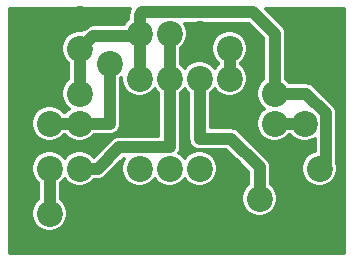
<source format=gbr>
%TF.GenerationSoftware,KiCad,Pcbnew,(5.1.6)-1*%
%TF.CreationDate,2021-10-09T20:15:21-05:00*%
%TF.ProjectId,sensor,73656e73-6f72-42e6-9b69-6361645f7063,rev?*%
%TF.SameCoordinates,Original*%
%TF.FileFunction,Copper,L2,Bot*%
%TF.FilePolarity,Positive*%
%FSLAX46Y46*%
G04 Gerber Fmt 4.6, Leading zero omitted, Abs format (unit mm)*
G04 Created by KiCad (PCBNEW (5.1.6)-1) date 2021-10-09 20:15:21*
%MOMM*%
%LPD*%
G01*
G04 APERTURE LIST*
%TA.AperFunction,ComponentPad*%
%ADD10C,2.200000*%
%TD*%
%TA.AperFunction,Conductor*%
%ADD11C,1.000000*%
%TD*%
%TA.AperFunction,Conductor*%
%ADD12C,0.300000*%
%TD*%
G04 APERTURE END LIST*
D10*
%TO.P,RV1,1*%
%TO.N,Net-(C1-Pad1)*%
X26670000Y7620000D03*
%TO.P,RV1,2*%
%TO.N,Net-(RV1-Pad2)*%
X21590000Y5080000D03*
%TO.P,RV1,3*%
%TO.N,Net-(C1-Pad2)*%
X26670000Y2540000D03*
%TD*%
%TO.P,R1,1*%
%TO.N,Net-(D1-Pad1)*%
X25400000Y11430000D03*
%TO.P,R1,2*%
%TO.N,Net-(C1-Pad2)*%
X25400000Y19050000D03*
%TD*%
%TO.P,C1,2*%
%TO.N,Net-(C1-Pad2)*%
X6350000Y20320000D03*
%TO.P,C1,1*%
%TO.N,Net-(C1-Pad1)*%
X6350000Y17780000D03*
%TD*%
%TO.P,D1,1*%
%TO.N,Net-(D1-Pad1)*%
X22860000Y11430000D03*
%TO.P,D1,2*%
%TO.N,Net-(C1-Pad1)*%
X22860000Y13970000D03*
%TD*%
%TO.P,D2,1*%
%TO.N,Net-(C1-Pad1)*%
X6350000Y13970000D03*
%TO.P,D2,2*%
%TO.N,Net-(D2-Pad2)*%
X6350000Y11430000D03*
%TD*%
%TO.P,D3,2*%
%TO.N,Net-(D3-Pad2)*%
X3810000Y7620000D03*
%TO.P,D3,1*%
%TO.N,Net-(D3-Pad1)*%
X6350000Y7620000D03*
%TD*%
%TO.P,R2,2*%
%TO.N,Net-(D2-Pad2)*%
X3810000Y11430000D03*
%TO.P,R2,1*%
%TO.N,Net-(C1-Pad2)*%
X3810000Y19050000D03*
%TD*%
%TO.P,R3,1*%
%TO.N,Net-(C1-Pad2)*%
X11430000Y3810000D03*
%TO.P,R3,2*%
%TO.N,Net-(D3-Pad2)*%
X3810000Y3810000D03*
%TD*%
%TO.P,V1,1*%
%TO.N,Net-(D2-Pad2)*%
X8890000Y16510000D03*
%TD*%
%TO.P,V2,1*%
%TO.N,Net-(D2-Pad2)*%
X19050000Y17780000D03*
%TD*%
%TO.P,J1,1*%
%TO.N,Net-(C1-Pad1)*%
X11430000Y19050000D03*
%TO.P,J1,2*%
%TO.N,Net-(D3-Pad1)*%
X13970000Y19050000D03*
%TO.P,J1,3*%
%TO.N,Net-(C1-Pad2)*%
X16510000Y19050000D03*
%TD*%
%TO.P,U1,1*%
%TO.N,N/C*%
X11430000Y7620000D03*
%TO.P,U1,2*%
X13970000Y7620000D03*
%TO.P,U1,3*%
X16510000Y7620000D03*
%TO.P,U1,4*%
%TO.N,Net-(C1-Pad2)*%
X19050000Y7620000D03*
%TO.P,U1,5*%
%TO.N,Net-(D2-Pad2)*%
X19050000Y15240000D03*
%TO.P,U1,6*%
%TO.N,Net-(RV1-Pad2)*%
X16510000Y15240000D03*
%TO.P,U1,7*%
%TO.N,Net-(D3-Pad1)*%
X13970000Y15240000D03*
%TO.P,U1,8*%
%TO.N,Net-(C1-Pad1)*%
X11430000Y15240000D03*
%TD*%
D11*
%TO.N,Net-(C1-Pad1)*%
X27200001Y8150001D02*
X26670000Y7620000D01*
X25524002Y13970000D02*
X27200001Y12294001D01*
X27200001Y12294001D02*
X27200001Y8150001D01*
X22860000Y13970000D02*
X25524002Y13970000D01*
X6350000Y13970000D02*
X6350000Y15240000D01*
X6350000Y15240000D02*
X6350000Y17780000D01*
X22860000Y15364002D02*
X22860000Y13970000D01*
X11430000Y19050000D02*
X11430000Y15240000D01*
X22860000Y19050000D02*
X22860000Y13970000D01*
X21059999Y20850001D02*
X22860000Y19050000D01*
X11430000Y19050000D02*
X11430000Y20605634D01*
X11674367Y20850001D02*
X21059999Y20850001D01*
X11430000Y20605634D02*
X11674367Y20850001D01*
X11259999Y18879999D02*
X11430000Y19050000D01*
X7449999Y18879999D02*
X11259999Y18879999D01*
X6350000Y17780000D02*
X7449999Y18879999D01*
%TO.N,Net-(D1-Pad1)*%
X22860000Y11430000D02*
X25400000Y11430000D01*
%TO.N,Net-(D3-Pad2)*%
X3810000Y3810000D02*
X3810000Y7620000D01*
%TO.N,Net-(RV1-Pad2)*%
X21590000Y7744002D02*
X19174002Y10160000D01*
X21590000Y5080000D02*
X21590000Y7744002D01*
X19174002Y10160000D02*
X16510000Y10160000D01*
X16510000Y10160000D02*
X16510000Y15240000D01*
%TO.N,Net-(D3-Pad1)*%
X13970000Y18925998D02*
X13970000Y19050000D01*
X13970000Y9420001D02*
X13970000Y15240000D01*
X9705635Y9420001D02*
X13970000Y9420001D01*
X6350000Y7620000D02*
X7905634Y7620000D01*
X7905634Y7620000D02*
X9705635Y9420001D01*
X13970000Y19050000D02*
X13970000Y15240000D01*
%TO.N,Net-(D2-Pad2)*%
X3810000Y11430000D02*
X6350000Y11430000D01*
X6350000Y11430000D02*
X8890000Y11430000D01*
X8890000Y11430000D02*
X8890000Y16510000D01*
X19050000Y17780000D02*
X19050000Y15240000D01*
%TD*%
D12*
%TO.N,Net-(C1-Pad2)*%
G36*
X10548069Y20970942D02*
G01*
X10493747Y20791866D01*
X10475405Y20605634D01*
X10480001Y20558970D01*
X10480001Y20279401D01*
X10441932Y20253964D01*
X10226036Y20038068D01*
X10087010Y19829999D01*
X7496656Y19829999D01*
X7449999Y19834594D01*
X7403342Y19829999D01*
X7403334Y19829999D01*
X7279719Y19817824D01*
X7263766Y19816253D01*
X7158102Y19784200D01*
X7084691Y19761931D01*
X6919654Y19673717D01*
X6774998Y19555000D01*
X6745251Y19518753D01*
X6547566Y19321068D01*
X6502662Y19330000D01*
X6197338Y19330000D01*
X5897882Y19270435D01*
X5615800Y19153592D01*
X5361932Y18983964D01*
X5146036Y18768068D01*
X4976408Y18514200D01*
X4859565Y18232118D01*
X4800000Y17932662D01*
X4800000Y17627338D01*
X4859565Y17327882D01*
X4976408Y17045800D01*
X5146036Y16791932D01*
X5361932Y16576036D01*
X5400001Y16550600D01*
X5400000Y15199400D01*
X5361932Y15173964D01*
X5146036Y14958068D01*
X4976408Y14704200D01*
X4859565Y14422118D01*
X4800000Y14122662D01*
X4800000Y13817338D01*
X4859565Y13517882D01*
X4976408Y13235800D01*
X5146036Y12981932D01*
X5361932Y12766036D01*
X5460763Y12700000D01*
X5361932Y12633964D01*
X5146036Y12418068D01*
X5120600Y12380000D01*
X5039400Y12380000D01*
X5013964Y12418068D01*
X4798068Y12633964D01*
X4544200Y12803592D01*
X4262118Y12920435D01*
X3962662Y12980000D01*
X3657338Y12980000D01*
X3357882Y12920435D01*
X3075800Y12803592D01*
X2821932Y12633964D01*
X2606036Y12418068D01*
X2436408Y12164200D01*
X2319565Y11882118D01*
X2260000Y11582662D01*
X2260000Y11277338D01*
X2319565Y10977882D01*
X2436408Y10695800D01*
X2606036Y10441932D01*
X2821932Y10226036D01*
X3075800Y10056408D01*
X3357882Y9939565D01*
X3657338Y9880000D01*
X3962662Y9880000D01*
X4262118Y9939565D01*
X4544200Y10056408D01*
X4798068Y10226036D01*
X5013964Y10441932D01*
X5039400Y10480000D01*
X5120600Y10480000D01*
X5146036Y10441932D01*
X5361932Y10226036D01*
X5615800Y10056408D01*
X5897882Y9939565D01*
X6197338Y9880000D01*
X6502662Y9880000D01*
X6802118Y9939565D01*
X7084200Y10056408D01*
X7338068Y10226036D01*
X7553964Y10441932D01*
X7579400Y10480000D01*
X8843335Y10480000D01*
X8890000Y10475404D01*
X8936664Y10480000D01*
X8936665Y10480000D01*
X9076232Y10493746D01*
X9255308Y10548068D01*
X9420345Y10636282D01*
X9565001Y10754999D01*
X9683718Y10899655D01*
X9771932Y11064692D01*
X9826254Y11243768D01*
X9844596Y11430000D01*
X9840000Y11476665D01*
X9840000Y15280600D01*
X9878068Y15306036D01*
X9880000Y15307968D01*
X9880000Y15087338D01*
X9939565Y14787882D01*
X10056408Y14505800D01*
X10226036Y14251932D01*
X10441932Y14036036D01*
X10695800Y13866408D01*
X10977882Y13749565D01*
X11277338Y13690000D01*
X11582662Y13690000D01*
X11882118Y13749565D01*
X12164200Y13866408D01*
X12418068Y14036036D01*
X12633964Y14251932D01*
X12700000Y14350763D01*
X12766036Y14251932D01*
X12981932Y14036036D01*
X13020001Y14010599D01*
X13020000Y10370001D01*
X9752292Y10370001D01*
X9705635Y10374596D01*
X9658978Y10370001D01*
X9658970Y10370001D01*
X9535355Y10357826D01*
X9519402Y10356255D01*
X9465080Y10339776D01*
X9340327Y10301933D01*
X9175290Y10213719D01*
X9175288Y10213718D01*
X9175289Y10213718D01*
X9066880Y10124749D01*
X9066877Y10124746D01*
X9030634Y10095002D01*
X9000889Y10058758D01*
X7552082Y8609950D01*
X7338068Y8823964D01*
X7084200Y8993592D01*
X6802118Y9110435D01*
X6502662Y9170000D01*
X6197338Y9170000D01*
X5897882Y9110435D01*
X5615800Y8993592D01*
X5361932Y8823964D01*
X5146036Y8608068D01*
X5080000Y8509237D01*
X5013964Y8608068D01*
X4798068Y8823964D01*
X4544200Y8993592D01*
X4262118Y9110435D01*
X3962662Y9170000D01*
X3657338Y9170000D01*
X3357882Y9110435D01*
X3075800Y8993592D01*
X2821932Y8823964D01*
X2606036Y8608068D01*
X2436408Y8354200D01*
X2319565Y8072118D01*
X2260000Y7772662D01*
X2260000Y7467338D01*
X2319565Y7167882D01*
X2436408Y6885800D01*
X2606036Y6631932D01*
X2821932Y6416036D01*
X2860001Y6390600D01*
X2860000Y5039400D01*
X2821932Y5013964D01*
X2606036Y4798068D01*
X2436408Y4544200D01*
X2319565Y4262118D01*
X2260000Y3962662D01*
X2260000Y3657338D01*
X2319565Y3357882D01*
X2436408Y3075800D01*
X2606036Y2821932D01*
X2821932Y2606036D01*
X3075800Y2436408D01*
X3357882Y2319565D01*
X3657338Y2260000D01*
X3962662Y2260000D01*
X4262118Y2319565D01*
X4544200Y2436408D01*
X4798068Y2606036D01*
X5013964Y2821932D01*
X5183592Y3075800D01*
X5300435Y3357882D01*
X5360000Y3657338D01*
X5360000Y3962662D01*
X5300435Y4262118D01*
X5183592Y4544200D01*
X5013964Y4798068D01*
X4798068Y5013964D01*
X4760000Y5039400D01*
X4760000Y6390600D01*
X4798068Y6416036D01*
X5013964Y6631932D01*
X5080000Y6730763D01*
X5146036Y6631932D01*
X5361932Y6416036D01*
X5615800Y6246408D01*
X5897882Y6129565D01*
X6197338Y6070000D01*
X6502662Y6070000D01*
X6802118Y6129565D01*
X7084200Y6246408D01*
X7338068Y6416036D01*
X7553964Y6631932D01*
X7579400Y6670000D01*
X7858980Y6670000D01*
X7905634Y6665405D01*
X7952288Y6670000D01*
X7952299Y6670000D01*
X8091866Y6683746D01*
X8270942Y6738068D01*
X8435979Y6826282D01*
X8580635Y6944999D01*
X8610384Y6981248D01*
X10099138Y8470001D01*
X10133783Y8470001D01*
X10056408Y8354200D01*
X9939565Y8072118D01*
X9880000Y7772662D01*
X9880000Y7467338D01*
X9939565Y7167882D01*
X10056408Y6885800D01*
X10226036Y6631932D01*
X10441932Y6416036D01*
X10695800Y6246408D01*
X10977882Y6129565D01*
X11277338Y6070000D01*
X11582662Y6070000D01*
X11882118Y6129565D01*
X12164200Y6246408D01*
X12418068Y6416036D01*
X12633964Y6631932D01*
X12700000Y6730763D01*
X12766036Y6631932D01*
X12981932Y6416036D01*
X13235800Y6246408D01*
X13517882Y6129565D01*
X13817338Y6070000D01*
X14122662Y6070000D01*
X14422118Y6129565D01*
X14704200Y6246408D01*
X14958068Y6416036D01*
X15173964Y6631932D01*
X15240000Y6730763D01*
X15306036Y6631932D01*
X15521932Y6416036D01*
X15775800Y6246408D01*
X16057882Y6129565D01*
X16357338Y6070000D01*
X16662662Y6070000D01*
X16962118Y6129565D01*
X17244200Y6246408D01*
X17498068Y6416036D01*
X17713964Y6631932D01*
X17883592Y6885800D01*
X18000435Y7167882D01*
X18060000Y7467338D01*
X18060000Y7772662D01*
X18000435Y8072118D01*
X17883592Y8354200D01*
X17713964Y8608068D01*
X17498068Y8823964D01*
X17244200Y8993592D01*
X16962118Y9110435D01*
X16662662Y9170000D01*
X16357338Y9170000D01*
X16057882Y9110435D01*
X15775800Y8993592D01*
X15521932Y8823964D01*
X15306036Y8608068D01*
X15240000Y8509237D01*
X15173964Y8608068D01*
X14958068Y8823964D01*
X14788990Y8936937D01*
X14851932Y9054693D01*
X14906254Y9233769D01*
X14924596Y9420001D01*
X14920000Y9466666D01*
X14920000Y14010600D01*
X14958068Y14036036D01*
X15173964Y14251932D01*
X15240000Y14350763D01*
X15306036Y14251932D01*
X15521932Y14036036D01*
X15560001Y14010599D01*
X15560000Y10206665D01*
X15555404Y10160000D01*
X15573746Y9973768D01*
X15628068Y9794692D01*
X15716282Y9629655D01*
X15834999Y9484999D01*
X15979655Y9366282D01*
X16144692Y9278068D01*
X16323768Y9223746D01*
X16510000Y9205404D01*
X16556664Y9210000D01*
X18780500Y9210000D01*
X20640001Y7350498D01*
X20640000Y6309400D01*
X20601932Y6283964D01*
X20386036Y6068068D01*
X20216408Y5814200D01*
X20099565Y5532118D01*
X20040000Y5232662D01*
X20040000Y4927338D01*
X20099565Y4627882D01*
X20216408Y4345800D01*
X20386036Y4091932D01*
X20601932Y3876036D01*
X20855800Y3706408D01*
X21137882Y3589565D01*
X21437338Y3530000D01*
X21742662Y3530000D01*
X22042118Y3589565D01*
X22324200Y3706408D01*
X22578068Y3876036D01*
X22793964Y4091932D01*
X22963592Y4345800D01*
X23080435Y4627882D01*
X23140000Y4927338D01*
X23140000Y5232662D01*
X23080435Y5532118D01*
X22963592Y5814200D01*
X22793964Y6068068D01*
X22578068Y6283964D01*
X22540000Y6309400D01*
X22540000Y7697348D01*
X22544595Y7744003D01*
X22540000Y7790657D01*
X22540000Y7790667D01*
X22526254Y7930234D01*
X22471932Y8109310D01*
X22383718Y8274347D01*
X22265001Y8419003D01*
X22228757Y8448748D01*
X19878752Y10798752D01*
X19849003Y10835001D01*
X19704347Y10953718D01*
X19539310Y11041932D01*
X19360234Y11096254D01*
X19220667Y11110000D01*
X19220656Y11110000D01*
X19174002Y11114595D01*
X19127348Y11110000D01*
X17460000Y11110000D01*
X17460000Y14010600D01*
X17498068Y14036036D01*
X17713964Y14251932D01*
X17780000Y14350763D01*
X17846036Y14251932D01*
X18061932Y14036036D01*
X18315800Y13866408D01*
X18597882Y13749565D01*
X18897338Y13690000D01*
X19202662Y13690000D01*
X19502118Y13749565D01*
X19784200Y13866408D01*
X20038068Y14036036D01*
X20253964Y14251932D01*
X20423592Y14505800D01*
X20540435Y14787882D01*
X20600000Y15087338D01*
X20600000Y15392662D01*
X20540435Y15692118D01*
X20423592Y15974200D01*
X20253964Y16228068D01*
X20038068Y16443964D01*
X20000000Y16469400D01*
X20000000Y16550600D01*
X20038068Y16576036D01*
X20253964Y16791932D01*
X20423592Y17045800D01*
X20540435Y17327882D01*
X20600000Y17627338D01*
X20600000Y17932662D01*
X20540435Y18232118D01*
X20423592Y18514200D01*
X20253964Y18768068D01*
X20038068Y18983964D01*
X19784200Y19153592D01*
X19502118Y19270435D01*
X19202662Y19330000D01*
X18897338Y19330000D01*
X18597882Y19270435D01*
X18315800Y19153592D01*
X18061932Y18983964D01*
X17846036Y18768068D01*
X17676408Y18514200D01*
X17559565Y18232118D01*
X17500000Y17932662D01*
X17500000Y17627338D01*
X17559565Y17327882D01*
X17676408Y17045800D01*
X17846036Y16791932D01*
X18061932Y16576036D01*
X18100000Y16550600D01*
X18100001Y16469400D01*
X18061932Y16443964D01*
X17846036Y16228068D01*
X17780000Y16129237D01*
X17713964Y16228068D01*
X17498068Y16443964D01*
X17244200Y16613592D01*
X16962118Y16730435D01*
X16662662Y16790000D01*
X16357338Y16790000D01*
X16057882Y16730435D01*
X15775800Y16613592D01*
X15521932Y16443964D01*
X15306036Y16228068D01*
X15240000Y16129237D01*
X15173964Y16228068D01*
X14958068Y16443964D01*
X14920000Y16469400D01*
X14920000Y17820600D01*
X14958068Y17846036D01*
X15173964Y18061932D01*
X15343592Y18315800D01*
X15460435Y18597882D01*
X15520000Y18897338D01*
X15520000Y19202662D01*
X15460435Y19502118D01*
X15343592Y19784200D01*
X15266217Y19900001D01*
X20666497Y19900001D01*
X21910000Y18656497D01*
X21910001Y15410673D01*
X21910000Y15410666D01*
X21910000Y15199400D01*
X21871932Y15173964D01*
X21656036Y14958068D01*
X21486408Y14704200D01*
X21369565Y14422118D01*
X21310000Y14122662D01*
X21310000Y13817338D01*
X21369565Y13517882D01*
X21486408Y13235800D01*
X21656036Y12981932D01*
X21871932Y12766036D01*
X21970763Y12700000D01*
X21871932Y12633964D01*
X21656036Y12418068D01*
X21486408Y12164200D01*
X21369565Y11882118D01*
X21310000Y11582662D01*
X21310000Y11277338D01*
X21369565Y10977882D01*
X21486408Y10695800D01*
X21656036Y10441932D01*
X21871932Y10226036D01*
X22125800Y10056408D01*
X22407882Y9939565D01*
X22707338Y9880000D01*
X23012662Y9880000D01*
X23312118Y9939565D01*
X23594200Y10056408D01*
X23848068Y10226036D01*
X24063964Y10441932D01*
X24089400Y10480000D01*
X24170600Y10480000D01*
X24196036Y10441932D01*
X24411932Y10226036D01*
X24665800Y10056408D01*
X24947882Y9939565D01*
X25247338Y9880000D01*
X25552662Y9880000D01*
X25852118Y9939565D01*
X26134200Y10056408D01*
X26250002Y10133784D01*
X26250002Y9116824D01*
X26217882Y9110435D01*
X25935800Y8993592D01*
X25681932Y8823964D01*
X25466036Y8608068D01*
X25296408Y8354200D01*
X25179565Y8072118D01*
X25120000Y7772662D01*
X25120000Y7467338D01*
X25179565Y7167882D01*
X25296408Y6885800D01*
X25466036Y6631932D01*
X25681932Y6416036D01*
X25935800Y6246408D01*
X26217882Y6129565D01*
X26517338Y6070000D01*
X26822662Y6070000D01*
X27122118Y6129565D01*
X27404200Y6246408D01*
X27658068Y6416036D01*
X27873964Y6631932D01*
X28043592Y6885800D01*
X28160435Y7167882D01*
X28220000Y7467338D01*
X28220000Y7772662D01*
X28160435Y8072118D01*
X28149521Y8098466D01*
X28150001Y8103336D01*
X28150001Y8103344D01*
X28154596Y8150001D01*
X28150001Y8196658D01*
X28150001Y12247344D01*
X28154596Y12294001D01*
X28150001Y12340658D01*
X28150001Y12340666D01*
X28136255Y12480233D01*
X28081933Y12659309D01*
X27993719Y12824346D01*
X27875002Y12969002D01*
X27838753Y12998751D01*
X26228752Y14608752D01*
X26199003Y14645001D01*
X26054347Y14763718D01*
X25889310Y14851932D01*
X25710234Y14906254D01*
X25570667Y14920000D01*
X25570656Y14920000D01*
X25524002Y14924595D01*
X25477348Y14920000D01*
X24089400Y14920000D01*
X24063964Y14958068D01*
X23848068Y15173964D01*
X23810000Y15199400D01*
X23810000Y19003343D01*
X23814595Y19050000D01*
X23810000Y19096657D01*
X23810000Y19096665D01*
X23796254Y19236232D01*
X23741932Y19415308D01*
X23653718Y19580345D01*
X23628520Y19611049D01*
X23564748Y19688755D01*
X23564745Y19688758D01*
X23535001Y19725001D01*
X23498757Y19754746D01*
X22138502Y21115000D01*
X28735000Y21115000D01*
X28735001Y1293341D01*
X28735000Y1293331D01*
X28735001Y475000D01*
X475000Y475000D01*
X475000Y21115000D01*
X10625070Y21115000D01*
X10548069Y20970942D01*
G37*
X10548069Y20970942D02*
X10493747Y20791866D01*
X10475405Y20605634D01*
X10480001Y20558970D01*
X10480001Y20279401D01*
X10441932Y20253964D01*
X10226036Y20038068D01*
X10087010Y19829999D01*
X7496656Y19829999D01*
X7449999Y19834594D01*
X7403342Y19829999D01*
X7403334Y19829999D01*
X7279719Y19817824D01*
X7263766Y19816253D01*
X7158102Y19784200D01*
X7084691Y19761931D01*
X6919654Y19673717D01*
X6774998Y19555000D01*
X6745251Y19518753D01*
X6547566Y19321068D01*
X6502662Y19330000D01*
X6197338Y19330000D01*
X5897882Y19270435D01*
X5615800Y19153592D01*
X5361932Y18983964D01*
X5146036Y18768068D01*
X4976408Y18514200D01*
X4859565Y18232118D01*
X4800000Y17932662D01*
X4800000Y17627338D01*
X4859565Y17327882D01*
X4976408Y17045800D01*
X5146036Y16791932D01*
X5361932Y16576036D01*
X5400001Y16550600D01*
X5400000Y15199400D01*
X5361932Y15173964D01*
X5146036Y14958068D01*
X4976408Y14704200D01*
X4859565Y14422118D01*
X4800000Y14122662D01*
X4800000Y13817338D01*
X4859565Y13517882D01*
X4976408Y13235800D01*
X5146036Y12981932D01*
X5361932Y12766036D01*
X5460763Y12700000D01*
X5361932Y12633964D01*
X5146036Y12418068D01*
X5120600Y12380000D01*
X5039400Y12380000D01*
X5013964Y12418068D01*
X4798068Y12633964D01*
X4544200Y12803592D01*
X4262118Y12920435D01*
X3962662Y12980000D01*
X3657338Y12980000D01*
X3357882Y12920435D01*
X3075800Y12803592D01*
X2821932Y12633964D01*
X2606036Y12418068D01*
X2436408Y12164200D01*
X2319565Y11882118D01*
X2260000Y11582662D01*
X2260000Y11277338D01*
X2319565Y10977882D01*
X2436408Y10695800D01*
X2606036Y10441932D01*
X2821932Y10226036D01*
X3075800Y10056408D01*
X3357882Y9939565D01*
X3657338Y9880000D01*
X3962662Y9880000D01*
X4262118Y9939565D01*
X4544200Y10056408D01*
X4798068Y10226036D01*
X5013964Y10441932D01*
X5039400Y10480000D01*
X5120600Y10480000D01*
X5146036Y10441932D01*
X5361932Y10226036D01*
X5615800Y10056408D01*
X5897882Y9939565D01*
X6197338Y9880000D01*
X6502662Y9880000D01*
X6802118Y9939565D01*
X7084200Y10056408D01*
X7338068Y10226036D01*
X7553964Y10441932D01*
X7579400Y10480000D01*
X8843335Y10480000D01*
X8890000Y10475404D01*
X8936664Y10480000D01*
X8936665Y10480000D01*
X9076232Y10493746D01*
X9255308Y10548068D01*
X9420345Y10636282D01*
X9565001Y10754999D01*
X9683718Y10899655D01*
X9771932Y11064692D01*
X9826254Y11243768D01*
X9844596Y11430000D01*
X9840000Y11476665D01*
X9840000Y15280600D01*
X9878068Y15306036D01*
X9880000Y15307968D01*
X9880000Y15087338D01*
X9939565Y14787882D01*
X10056408Y14505800D01*
X10226036Y14251932D01*
X10441932Y14036036D01*
X10695800Y13866408D01*
X10977882Y13749565D01*
X11277338Y13690000D01*
X11582662Y13690000D01*
X11882118Y13749565D01*
X12164200Y13866408D01*
X12418068Y14036036D01*
X12633964Y14251932D01*
X12700000Y14350763D01*
X12766036Y14251932D01*
X12981932Y14036036D01*
X13020001Y14010599D01*
X13020000Y10370001D01*
X9752292Y10370001D01*
X9705635Y10374596D01*
X9658978Y10370001D01*
X9658970Y10370001D01*
X9535355Y10357826D01*
X9519402Y10356255D01*
X9465080Y10339776D01*
X9340327Y10301933D01*
X9175290Y10213719D01*
X9175288Y10213718D01*
X9175289Y10213718D01*
X9066880Y10124749D01*
X9066877Y10124746D01*
X9030634Y10095002D01*
X9000889Y10058758D01*
X7552082Y8609950D01*
X7338068Y8823964D01*
X7084200Y8993592D01*
X6802118Y9110435D01*
X6502662Y9170000D01*
X6197338Y9170000D01*
X5897882Y9110435D01*
X5615800Y8993592D01*
X5361932Y8823964D01*
X5146036Y8608068D01*
X5080000Y8509237D01*
X5013964Y8608068D01*
X4798068Y8823964D01*
X4544200Y8993592D01*
X4262118Y9110435D01*
X3962662Y9170000D01*
X3657338Y9170000D01*
X3357882Y9110435D01*
X3075800Y8993592D01*
X2821932Y8823964D01*
X2606036Y8608068D01*
X2436408Y8354200D01*
X2319565Y8072118D01*
X2260000Y7772662D01*
X2260000Y7467338D01*
X2319565Y7167882D01*
X2436408Y6885800D01*
X2606036Y6631932D01*
X2821932Y6416036D01*
X2860001Y6390600D01*
X2860000Y5039400D01*
X2821932Y5013964D01*
X2606036Y4798068D01*
X2436408Y4544200D01*
X2319565Y4262118D01*
X2260000Y3962662D01*
X2260000Y3657338D01*
X2319565Y3357882D01*
X2436408Y3075800D01*
X2606036Y2821932D01*
X2821932Y2606036D01*
X3075800Y2436408D01*
X3357882Y2319565D01*
X3657338Y2260000D01*
X3962662Y2260000D01*
X4262118Y2319565D01*
X4544200Y2436408D01*
X4798068Y2606036D01*
X5013964Y2821932D01*
X5183592Y3075800D01*
X5300435Y3357882D01*
X5360000Y3657338D01*
X5360000Y3962662D01*
X5300435Y4262118D01*
X5183592Y4544200D01*
X5013964Y4798068D01*
X4798068Y5013964D01*
X4760000Y5039400D01*
X4760000Y6390600D01*
X4798068Y6416036D01*
X5013964Y6631932D01*
X5080000Y6730763D01*
X5146036Y6631932D01*
X5361932Y6416036D01*
X5615800Y6246408D01*
X5897882Y6129565D01*
X6197338Y6070000D01*
X6502662Y6070000D01*
X6802118Y6129565D01*
X7084200Y6246408D01*
X7338068Y6416036D01*
X7553964Y6631932D01*
X7579400Y6670000D01*
X7858980Y6670000D01*
X7905634Y6665405D01*
X7952288Y6670000D01*
X7952299Y6670000D01*
X8091866Y6683746D01*
X8270942Y6738068D01*
X8435979Y6826282D01*
X8580635Y6944999D01*
X8610384Y6981248D01*
X10099138Y8470001D01*
X10133783Y8470001D01*
X10056408Y8354200D01*
X9939565Y8072118D01*
X9880000Y7772662D01*
X9880000Y7467338D01*
X9939565Y7167882D01*
X10056408Y6885800D01*
X10226036Y6631932D01*
X10441932Y6416036D01*
X10695800Y6246408D01*
X10977882Y6129565D01*
X11277338Y6070000D01*
X11582662Y6070000D01*
X11882118Y6129565D01*
X12164200Y6246408D01*
X12418068Y6416036D01*
X12633964Y6631932D01*
X12700000Y6730763D01*
X12766036Y6631932D01*
X12981932Y6416036D01*
X13235800Y6246408D01*
X13517882Y6129565D01*
X13817338Y6070000D01*
X14122662Y6070000D01*
X14422118Y6129565D01*
X14704200Y6246408D01*
X14958068Y6416036D01*
X15173964Y6631932D01*
X15240000Y6730763D01*
X15306036Y6631932D01*
X15521932Y6416036D01*
X15775800Y6246408D01*
X16057882Y6129565D01*
X16357338Y6070000D01*
X16662662Y6070000D01*
X16962118Y6129565D01*
X17244200Y6246408D01*
X17498068Y6416036D01*
X17713964Y6631932D01*
X17883592Y6885800D01*
X18000435Y7167882D01*
X18060000Y7467338D01*
X18060000Y7772662D01*
X18000435Y8072118D01*
X17883592Y8354200D01*
X17713964Y8608068D01*
X17498068Y8823964D01*
X17244200Y8993592D01*
X16962118Y9110435D01*
X16662662Y9170000D01*
X16357338Y9170000D01*
X16057882Y9110435D01*
X15775800Y8993592D01*
X15521932Y8823964D01*
X15306036Y8608068D01*
X15240000Y8509237D01*
X15173964Y8608068D01*
X14958068Y8823964D01*
X14788990Y8936937D01*
X14851932Y9054693D01*
X14906254Y9233769D01*
X14924596Y9420001D01*
X14920000Y9466666D01*
X14920000Y14010600D01*
X14958068Y14036036D01*
X15173964Y14251932D01*
X15240000Y14350763D01*
X15306036Y14251932D01*
X15521932Y14036036D01*
X15560001Y14010599D01*
X15560000Y10206665D01*
X15555404Y10160000D01*
X15573746Y9973768D01*
X15628068Y9794692D01*
X15716282Y9629655D01*
X15834999Y9484999D01*
X15979655Y9366282D01*
X16144692Y9278068D01*
X16323768Y9223746D01*
X16510000Y9205404D01*
X16556664Y9210000D01*
X18780500Y9210000D01*
X20640001Y7350498D01*
X20640000Y6309400D01*
X20601932Y6283964D01*
X20386036Y6068068D01*
X20216408Y5814200D01*
X20099565Y5532118D01*
X20040000Y5232662D01*
X20040000Y4927338D01*
X20099565Y4627882D01*
X20216408Y4345800D01*
X20386036Y4091932D01*
X20601932Y3876036D01*
X20855800Y3706408D01*
X21137882Y3589565D01*
X21437338Y3530000D01*
X21742662Y3530000D01*
X22042118Y3589565D01*
X22324200Y3706408D01*
X22578068Y3876036D01*
X22793964Y4091932D01*
X22963592Y4345800D01*
X23080435Y4627882D01*
X23140000Y4927338D01*
X23140000Y5232662D01*
X23080435Y5532118D01*
X22963592Y5814200D01*
X22793964Y6068068D01*
X22578068Y6283964D01*
X22540000Y6309400D01*
X22540000Y7697348D01*
X22544595Y7744003D01*
X22540000Y7790657D01*
X22540000Y7790667D01*
X22526254Y7930234D01*
X22471932Y8109310D01*
X22383718Y8274347D01*
X22265001Y8419003D01*
X22228757Y8448748D01*
X19878752Y10798752D01*
X19849003Y10835001D01*
X19704347Y10953718D01*
X19539310Y11041932D01*
X19360234Y11096254D01*
X19220667Y11110000D01*
X19220656Y11110000D01*
X19174002Y11114595D01*
X19127348Y11110000D01*
X17460000Y11110000D01*
X17460000Y14010600D01*
X17498068Y14036036D01*
X17713964Y14251932D01*
X17780000Y14350763D01*
X17846036Y14251932D01*
X18061932Y14036036D01*
X18315800Y13866408D01*
X18597882Y13749565D01*
X18897338Y13690000D01*
X19202662Y13690000D01*
X19502118Y13749565D01*
X19784200Y13866408D01*
X20038068Y14036036D01*
X20253964Y14251932D01*
X20423592Y14505800D01*
X20540435Y14787882D01*
X20600000Y15087338D01*
X20600000Y15392662D01*
X20540435Y15692118D01*
X20423592Y15974200D01*
X20253964Y16228068D01*
X20038068Y16443964D01*
X20000000Y16469400D01*
X20000000Y16550600D01*
X20038068Y16576036D01*
X20253964Y16791932D01*
X20423592Y17045800D01*
X20540435Y17327882D01*
X20600000Y17627338D01*
X20600000Y17932662D01*
X20540435Y18232118D01*
X20423592Y18514200D01*
X20253964Y18768068D01*
X20038068Y18983964D01*
X19784200Y19153592D01*
X19502118Y19270435D01*
X19202662Y19330000D01*
X18897338Y19330000D01*
X18597882Y19270435D01*
X18315800Y19153592D01*
X18061932Y18983964D01*
X17846036Y18768068D01*
X17676408Y18514200D01*
X17559565Y18232118D01*
X17500000Y17932662D01*
X17500000Y17627338D01*
X17559565Y17327882D01*
X17676408Y17045800D01*
X17846036Y16791932D01*
X18061932Y16576036D01*
X18100000Y16550600D01*
X18100001Y16469400D01*
X18061932Y16443964D01*
X17846036Y16228068D01*
X17780000Y16129237D01*
X17713964Y16228068D01*
X17498068Y16443964D01*
X17244200Y16613592D01*
X16962118Y16730435D01*
X16662662Y16790000D01*
X16357338Y16790000D01*
X16057882Y16730435D01*
X15775800Y16613592D01*
X15521932Y16443964D01*
X15306036Y16228068D01*
X15240000Y16129237D01*
X15173964Y16228068D01*
X14958068Y16443964D01*
X14920000Y16469400D01*
X14920000Y17820600D01*
X14958068Y17846036D01*
X15173964Y18061932D01*
X15343592Y18315800D01*
X15460435Y18597882D01*
X15520000Y18897338D01*
X15520000Y19202662D01*
X15460435Y19502118D01*
X15343592Y19784200D01*
X15266217Y19900001D01*
X20666497Y19900001D01*
X21910000Y18656497D01*
X21910001Y15410673D01*
X21910000Y15410666D01*
X21910000Y15199400D01*
X21871932Y15173964D01*
X21656036Y14958068D01*
X21486408Y14704200D01*
X21369565Y14422118D01*
X21310000Y14122662D01*
X21310000Y13817338D01*
X21369565Y13517882D01*
X21486408Y13235800D01*
X21656036Y12981932D01*
X21871932Y12766036D01*
X21970763Y12700000D01*
X21871932Y12633964D01*
X21656036Y12418068D01*
X21486408Y12164200D01*
X21369565Y11882118D01*
X21310000Y11582662D01*
X21310000Y11277338D01*
X21369565Y10977882D01*
X21486408Y10695800D01*
X21656036Y10441932D01*
X21871932Y10226036D01*
X22125800Y10056408D01*
X22407882Y9939565D01*
X22707338Y9880000D01*
X23012662Y9880000D01*
X23312118Y9939565D01*
X23594200Y10056408D01*
X23848068Y10226036D01*
X24063964Y10441932D01*
X24089400Y10480000D01*
X24170600Y10480000D01*
X24196036Y10441932D01*
X24411932Y10226036D01*
X24665800Y10056408D01*
X24947882Y9939565D01*
X25247338Y9880000D01*
X25552662Y9880000D01*
X25852118Y9939565D01*
X26134200Y10056408D01*
X26250002Y10133784D01*
X26250002Y9116824D01*
X26217882Y9110435D01*
X25935800Y8993592D01*
X25681932Y8823964D01*
X25466036Y8608068D01*
X25296408Y8354200D01*
X25179565Y8072118D01*
X25120000Y7772662D01*
X25120000Y7467338D01*
X25179565Y7167882D01*
X25296408Y6885800D01*
X25466036Y6631932D01*
X25681932Y6416036D01*
X25935800Y6246408D01*
X26217882Y6129565D01*
X26517338Y6070000D01*
X26822662Y6070000D01*
X27122118Y6129565D01*
X27404200Y6246408D01*
X27658068Y6416036D01*
X27873964Y6631932D01*
X28043592Y6885800D01*
X28160435Y7167882D01*
X28220000Y7467338D01*
X28220000Y7772662D01*
X28160435Y8072118D01*
X28149521Y8098466D01*
X28150001Y8103336D01*
X28150001Y8103344D01*
X28154596Y8150001D01*
X28150001Y8196658D01*
X28150001Y12247344D01*
X28154596Y12294001D01*
X28150001Y12340658D01*
X28150001Y12340666D01*
X28136255Y12480233D01*
X28081933Y12659309D01*
X27993719Y12824346D01*
X27875002Y12969002D01*
X27838753Y12998751D01*
X26228752Y14608752D01*
X26199003Y14645001D01*
X26054347Y14763718D01*
X25889310Y14851932D01*
X25710234Y14906254D01*
X25570667Y14920000D01*
X25570656Y14920000D01*
X25524002Y14924595D01*
X25477348Y14920000D01*
X24089400Y14920000D01*
X24063964Y14958068D01*
X23848068Y15173964D01*
X23810000Y15199400D01*
X23810000Y19003343D01*
X23814595Y19050000D01*
X23810000Y19096657D01*
X23810000Y19096665D01*
X23796254Y19236232D01*
X23741932Y19415308D01*
X23653718Y19580345D01*
X23628520Y19611049D01*
X23564748Y19688755D01*
X23564745Y19688758D01*
X23535001Y19725001D01*
X23498757Y19754746D01*
X22138502Y21115000D01*
X28735000Y21115000D01*
X28735001Y1293341D01*
X28735000Y1293331D01*
X28735001Y475000D01*
X475000Y475000D01*
X475000Y21115000D01*
X10625070Y21115000D01*
X10548069Y20970942D01*
%TD*%
M02*

</source>
